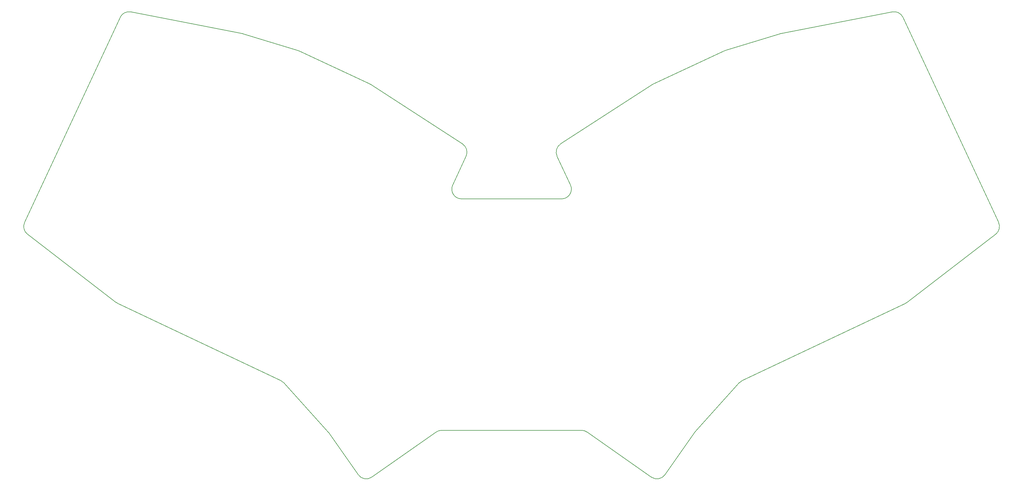
<source format=gm1>
%TF.GenerationSoftware,KiCad,Pcbnew,8.0.7*%
%TF.CreationDate,2024-12-17T03:41:54-05:00*%
%TF.ProjectId,choc,63686f63-2e6b-4696-9361-645f70636258,v1.0.0*%
%TF.SameCoordinates,Original*%
%TF.FileFunction,Profile,NP*%
%FSLAX46Y46*%
G04 Gerber Fmt 4.6, Leading zero omitted, Abs format (unit mm)*
G04 Created by KiCad (PCBNEW 8.0.7) date 2024-12-17 03:41:54*
%MOMM*%
%LPD*%
G01*
G04 APERTURE LIST*
%TA.AperFunction,Profile*%
%ADD10C,0.150000*%
%TD*%
G04 APERTURE END LIST*
D10*
X254064035Y-93229264D02*
X225917139Y-111443291D01*
X128252578Y-77601877D02*
X94279189Y-71020415D01*
X189498336Y-199099556D02*
X232271502Y-199099553D01*
X232271502Y-199099553D02*
G75*
G02*
X233992235Y-199642099I99J-2999685D01*
G01*
X228918496Y-124001794D02*
G75*
G02*
X226199569Y-128269701I-2718998J-1267844D01*
G01*
X141174042Y-184603208D02*
X154701038Y-199626457D01*
X154701038Y-199626457D02*
G75*
G02*
X154928198Y-199911884I-2227742J-2006076D01*
G01*
X233992235Y-199642099D02*
X253697431Y-213439824D01*
X257874754Y-212704330D02*
X266841637Y-199911885D01*
X254064035Y-93229264D02*
G75*
G02*
X254426017Y-93029006I1629061J-2517370D01*
G01*
X332072173Y-159911074D02*
G75*
G02*
X331527969Y-160243622I-1827776J2379538D01*
G01*
X195570273Y-128269647D02*
G75*
G02*
X192851405Y-124001819I-75J2999909D01*
G01*
X360046938Y-135460669D02*
X330780134Y-72697808D01*
X267068805Y-199626450D02*
X280595790Y-184603204D01*
X327490650Y-71020422D02*
X293517258Y-77601878D01*
X332072173Y-159911074D02*
X359155497Y-139107661D01*
X90241876Y-160243609D02*
G75*
G02*
X89697667Y-159911075I1283118J2711472D01*
G01*
X293206058Y-77679628D02*
G75*
G02*
X293517258Y-77601877I881940J-2868308D01*
G01*
X62614349Y-139107662D02*
G75*
G02*
X61722914Y-135460673I1827450J2379126D01*
G01*
X167343821Y-93028990D02*
X145968259Y-83061405D01*
X167343821Y-93028990D02*
G75*
G02*
X167705809Y-93229251I-1268024J-2719346D01*
G01*
X128252578Y-77601877D02*
G75*
G02*
X128563769Y-77679635I-570979J-2946660D01*
G01*
X195852703Y-111443299D02*
G75*
G02*
X196941828Y-115229825I-1630003J-2518737D01*
G01*
X224828049Y-115229805D02*
X228918496Y-124001794D01*
X360046936Y-135460664D02*
G75*
G02*
X359155513Y-139107682I-2718941J-1267875D01*
G01*
X266841637Y-199911885D02*
G75*
G02*
X267068808Y-199626453I2455462J-1721152D01*
G01*
X257874754Y-212704330D02*
G75*
G02*
X253697452Y-213439794I-2456555J1721896D01*
G01*
X168072413Y-213439829D02*
X187777608Y-199642100D01*
X293206058Y-77679628D02*
X276187675Y-82912835D01*
X145582164Y-82912834D02*
X128563771Y-77679630D01*
X62614349Y-139107662D02*
X89697668Y-159911074D01*
X192851348Y-124001792D02*
X196941792Y-115229808D01*
X275801581Y-83061406D02*
X254426018Y-93028997D01*
X281541958Y-183898925D02*
X331527963Y-160243610D01*
X140227881Y-183898914D02*
G75*
G02*
X141174044Y-184603206I-1283083J-2711421D01*
G01*
X224828049Y-115229805D02*
G75*
G02*
X225917146Y-111443301I2718848J1267867D01*
G01*
X90989709Y-72697807D02*
G75*
G02*
X94279195Y-71020385I2718889J-1267729D01*
G01*
X187777608Y-199642100D02*
G75*
G02*
X189498336Y-199099557I1720692J-2457340D01*
G01*
X168072413Y-213439829D02*
G75*
G02*
X163895133Y-212704295I-1720717J2457294D01*
G01*
X145582164Y-82912834D02*
G75*
G02*
X145968260Y-83061403I-881966J-2868002D01*
G01*
X90989709Y-72697807D02*
X61722904Y-135460667D01*
X90241876Y-160243609D02*
X140227881Y-183898914D01*
X275801581Y-83061406D02*
G75*
G02*
X276187676Y-82912837I1267717J-2718530D01*
G01*
X327490650Y-71020422D02*
G75*
G02*
X330780107Y-72697821I570548J-2945217D01*
G01*
X154928196Y-199911885D02*
X163895087Y-212704327D01*
X280595790Y-184603204D02*
G75*
G02*
X281541954Y-183898917I2229308J-2007232D01*
G01*
X195852703Y-111443299D02*
X167705806Y-93229256D01*
X226199569Y-128269643D02*
X195570273Y-128269647D01*
M02*

</source>
